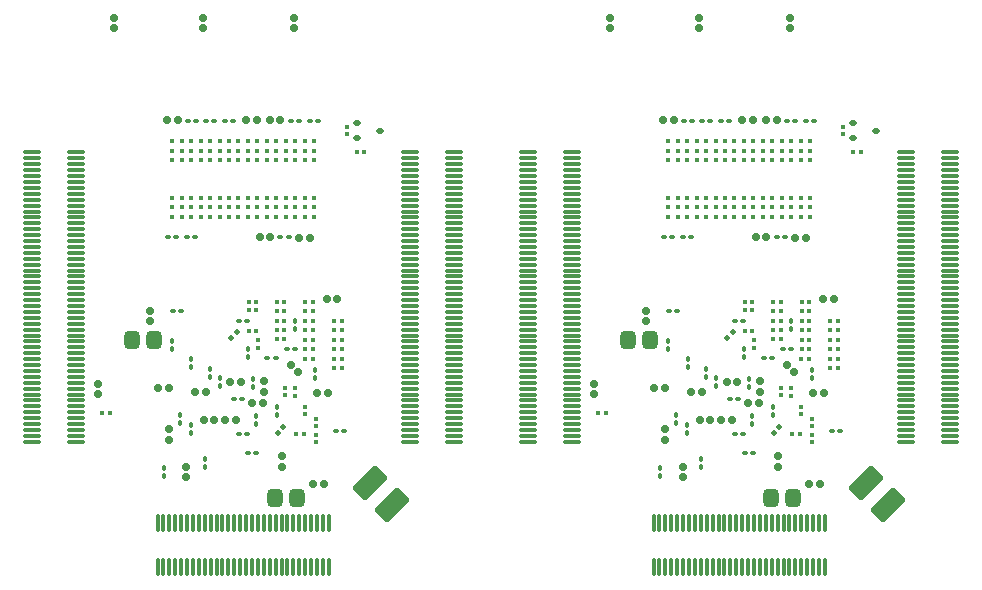
<source format=gbr>
G04*
G04 #@! TF.GenerationSoftware,Altium Limited,Altium Designer,22.4.2 (48)*
G04*
G04 Layer_Color=128*
%FSAX24Y24*%
%MOIN*%
G70*
G04*
G04 #@! TF.SameCoordinates,F7066761-1C42-41DA-97EA-36D59BDE51B8*
G04*
G04*
G04 #@! TF.FilePolarity,Positive*
G04*
G01*
G75*
G04:AMPARAMS|DCode=17|XSize=25.2mil|YSize=25.2mil|CornerRadius=6.3mil|HoleSize=0mil|Usage=FLASHONLY|Rotation=90.000|XOffset=0mil|YOffset=0mil|HoleType=Round|Shape=RoundedRectangle|*
%AMROUNDEDRECTD17*
21,1,0.0252,0.0126,0,0,90.0*
21,1,0.0126,0.0252,0,0,90.0*
1,1,0.0126,0.0063,0.0063*
1,1,0.0126,0.0063,-0.0063*
1,1,0.0126,-0.0063,-0.0063*
1,1,0.0126,-0.0063,0.0063*
%
%ADD17ROUNDEDRECTD17*%
G04:AMPARAMS|DCode=25|XSize=59.1mil|YSize=51.2mil|CornerRadius=12.8mil|HoleSize=0mil|Usage=FLASHONLY|Rotation=90.000|XOffset=0mil|YOffset=0mil|HoleType=Round|Shape=RoundedRectangle|*
%AMROUNDEDRECTD25*
21,1,0.0591,0.0256,0,0,90.0*
21,1,0.0335,0.0512,0,0,90.0*
1,1,0.0256,0.0128,0.0167*
1,1,0.0256,0.0128,-0.0167*
1,1,0.0256,-0.0128,-0.0167*
1,1,0.0256,-0.0128,0.0167*
%
%ADD25ROUNDEDRECTD25*%
G04:AMPARAMS|DCode=26|XSize=23.6mil|YSize=23.6mil|CornerRadius=5.9mil|HoleSize=0mil|Usage=FLASHONLY|Rotation=270.000|XOffset=0mil|YOffset=0mil|HoleType=Round|Shape=RoundedRectangle|*
%AMROUNDEDRECTD26*
21,1,0.0236,0.0118,0,0,270.0*
21,1,0.0118,0.0236,0,0,270.0*
1,1,0.0118,-0.0059,-0.0059*
1,1,0.0118,-0.0059,0.0059*
1,1,0.0118,0.0059,0.0059*
1,1,0.0118,0.0059,-0.0059*
%
%ADD26ROUNDEDRECTD26*%
G04:AMPARAMS|DCode=27|XSize=23.6mil|YSize=23.6mil|CornerRadius=5.9mil|HoleSize=0mil|Usage=FLASHONLY|Rotation=0.000|XOffset=0mil|YOffset=0mil|HoleType=Round|Shape=RoundedRectangle|*
%AMROUNDEDRECTD27*
21,1,0.0236,0.0118,0,0,0.0*
21,1,0.0118,0.0236,0,0,0.0*
1,1,0.0118,0.0059,-0.0059*
1,1,0.0118,-0.0059,-0.0059*
1,1,0.0118,-0.0059,0.0059*
1,1,0.0118,0.0059,0.0059*
%
%ADD27ROUNDEDRECTD27*%
G04:AMPARAMS|DCode=28|XSize=25.2mil|YSize=25.2mil|CornerRadius=6.3mil|HoleSize=0mil|Usage=FLASHONLY|Rotation=0.000|XOffset=0mil|YOffset=0mil|HoleType=Round|Shape=RoundedRectangle|*
%AMROUNDEDRECTD28*
21,1,0.0252,0.0126,0,0,0.0*
21,1,0.0126,0.0252,0,0,0.0*
1,1,0.0126,0.0063,-0.0063*
1,1,0.0126,-0.0063,-0.0063*
1,1,0.0126,-0.0063,0.0063*
1,1,0.0126,0.0063,0.0063*
%
%ADD28ROUNDEDRECTD28*%
G04:AMPARAMS|DCode=30|XSize=25.2mil|YSize=25.2mil|CornerRadius=6.3mil|HoleSize=0mil|Usage=FLASHONLY|Rotation=225.000|XOffset=0mil|YOffset=0mil|HoleType=Round|Shape=RoundedRectangle|*
%AMROUNDEDRECTD30*
21,1,0.0252,0.0126,0,0,225.0*
21,1,0.0126,0.0252,0,0,225.0*
1,1,0.0126,-0.0089,0.0000*
1,1,0.0126,0.0000,0.0089*
1,1,0.0126,0.0089,0.0000*
1,1,0.0126,0.0000,-0.0089*
%
%ADD30ROUNDEDRECTD30*%
G04:AMPARAMS|DCode=31|XSize=13.8mil|YSize=15.7mil|CornerRadius=3.4mil|HoleSize=0mil|Usage=FLASHONLY|Rotation=270.000|XOffset=0mil|YOffset=0mil|HoleType=Round|Shape=RoundedRectangle|*
%AMROUNDEDRECTD31*
21,1,0.0138,0.0089,0,0,270.0*
21,1,0.0069,0.0157,0,0,270.0*
1,1,0.0069,-0.0044,-0.0034*
1,1,0.0069,-0.0044,0.0034*
1,1,0.0069,0.0044,0.0034*
1,1,0.0069,0.0044,-0.0034*
%
%ADD31ROUNDEDRECTD31*%
G04:AMPARAMS|DCode=32|XSize=13.8mil|YSize=15.7mil|CornerRadius=3.4mil|HoleSize=0mil|Usage=FLASHONLY|Rotation=180.000|XOffset=0mil|YOffset=0mil|HoleType=Round|Shape=RoundedRectangle|*
%AMROUNDEDRECTD32*
21,1,0.0138,0.0089,0,0,180.0*
21,1,0.0069,0.0157,0,0,180.0*
1,1,0.0069,-0.0034,0.0044*
1,1,0.0069,0.0034,0.0044*
1,1,0.0069,0.0034,-0.0044*
1,1,0.0069,-0.0034,-0.0044*
%
%ADD32ROUNDEDRECTD32*%
G04:AMPARAMS|DCode=33|XSize=16.5mil|YSize=18.1mil|CornerRadius=4.1mil|HoleSize=0mil|Usage=FLASHONLY|Rotation=270.000|XOffset=0mil|YOffset=0mil|HoleType=Round|Shape=RoundedRectangle|*
%AMROUNDEDRECTD33*
21,1,0.0165,0.0098,0,0,270.0*
21,1,0.0083,0.0181,0,0,270.0*
1,1,0.0083,-0.0049,-0.0041*
1,1,0.0083,-0.0049,0.0041*
1,1,0.0083,0.0049,0.0041*
1,1,0.0083,0.0049,-0.0041*
%
%ADD33ROUNDEDRECTD33*%
%ADD35C,0.0157*%
G04:AMPARAMS|DCode=37|XSize=18.5mil|YSize=23.6mil|CornerRadius=4.6mil|HoleSize=0mil|Usage=FLASHONLY|Rotation=90.000|XOffset=0mil|YOffset=0mil|HoleType=Round|Shape=RoundedRectangle|*
%AMROUNDEDRECTD37*
21,1,0.0185,0.0144,0,0,90.0*
21,1,0.0093,0.0236,0,0,90.0*
1,1,0.0093,0.0072,0.0046*
1,1,0.0093,0.0072,-0.0046*
1,1,0.0093,-0.0072,-0.0046*
1,1,0.0093,-0.0072,0.0046*
%
%ADD37ROUNDEDRECTD37*%
G04:AMPARAMS|DCode=52|XSize=16.5mil|YSize=18.1mil|CornerRadius=4.1mil|HoleSize=0mil|Usage=FLASHONLY|Rotation=180.000|XOffset=0mil|YOffset=0mil|HoleType=Round|Shape=RoundedRectangle|*
%AMROUNDEDRECTD52*
21,1,0.0165,0.0098,0,0,180.0*
21,1,0.0083,0.0181,0,0,180.0*
1,1,0.0083,-0.0041,0.0049*
1,1,0.0083,0.0041,0.0049*
1,1,0.0083,0.0041,-0.0049*
1,1,0.0083,-0.0041,-0.0049*
%
%ADD52ROUNDEDRECTD52*%
G04:AMPARAMS|DCode=53|XSize=11.8mil|YSize=59.1mil|CornerRadius=3mil|HoleSize=0mil|Usage=FLASHONLY|Rotation=270.000|XOffset=0mil|YOffset=0mil|HoleType=Round|Shape=RoundedRectangle|*
%AMROUNDEDRECTD53*
21,1,0.0118,0.0531,0,0,270.0*
21,1,0.0059,0.0591,0,0,270.0*
1,1,0.0059,-0.0266,-0.0030*
1,1,0.0059,-0.0266,0.0030*
1,1,0.0059,0.0266,0.0030*
1,1,0.0059,0.0266,-0.0030*
%
%ADD53ROUNDEDRECTD53*%
G04:AMPARAMS|DCode=54|XSize=110.2mil|YSize=65mil|CornerRadius=8.1mil|HoleSize=0mil|Usage=FLASHONLY|Rotation=45.000|XOffset=0mil|YOffset=0mil|HoleType=Round|Shape=RoundedRectangle|*
%AMROUNDEDRECTD54*
21,1,0.1102,0.0487,0,0,45.0*
21,1,0.0940,0.0650,0,0,45.0*
1,1,0.0162,0.0505,0.0160*
1,1,0.0162,-0.0160,-0.0505*
1,1,0.0162,-0.0505,-0.0160*
1,1,0.0162,0.0160,0.0505*
%
%ADD54ROUNDEDRECTD54*%
G04:AMPARAMS|DCode=55|XSize=16.5mil|YSize=18.1mil|CornerRadius=4.1mil|HoleSize=0mil|Usage=FLASHONLY|Rotation=135.000|XOffset=0mil|YOffset=0mil|HoleType=Round|Shape=RoundedRectangle|*
%AMROUNDEDRECTD55*
21,1,0.0165,0.0098,0,0,135.0*
21,1,0.0083,0.0181,0,0,135.0*
1,1,0.0083,0.0006,0.0064*
1,1,0.0083,0.0064,0.0006*
1,1,0.0083,-0.0006,-0.0064*
1,1,0.0083,-0.0064,-0.0006*
%
%ADD55ROUNDEDRECTD55*%
G04:AMPARAMS|DCode=56|XSize=11.8mil|YSize=59.1mil|CornerRadius=3mil|HoleSize=0mil|Usage=FLASHONLY|Rotation=0.000|XOffset=0mil|YOffset=0mil|HoleType=Round|Shape=RoundedRectangle|*
%AMROUNDEDRECTD56*
21,1,0.0118,0.0531,0,0,0.0*
21,1,0.0059,0.0591,0,0,0.0*
1,1,0.0059,0.0030,-0.0266*
1,1,0.0059,-0.0030,-0.0266*
1,1,0.0059,-0.0030,0.0266*
1,1,0.0059,0.0030,0.0266*
%
%ADD56ROUNDEDRECTD56*%
D17*
X010575Y010630D02*
D03*
X010213D02*
D03*
X011217Y009685D02*
D03*
X011579D02*
D03*
X009335Y010748D02*
D03*
X008972D02*
D03*
X014278Y010591D02*
D03*
X014640D02*
D03*
X014593Y013711D02*
D03*
X014955D02*
D03*
X014140Y007539D02*
D03*
X014502D02*
D03*
X013677Y015748D02*
D03*
X014039D02*
D03*
X009268Y019685D02*
D03*
X009630D02*
D03*
X012268D02*
D03*
X011906D02*
D03*
X012693D02*
D03*
X013055D02*
D03*
X027110Y010630D02*
D03*
X026748D02*
D03*
X027752Y009685D02*
D03*
X028114D02*
D03*
X025870Y010748D02*
D03*
X025508D02*
D03*
X030813Y010591D02*
D03*
X031175D02*
D03*
X031128Y013711D02*
D03*
X031490D02*
D03*
X030675Y007539D02*
D03*
X031037D02*
D03*
X030213Y015748D02*
D03*
X030575D02*
D03*
X025803Y019685D02*
D03*
X026165D02*
D03*
X028803D02*
D03*
X028441D02*
D03*
X029228D02*
D03*
X029591D02*
D03*
D25*
X008848Y012343D02*
D03*
X008100D02*
D03*
X013612Y007077D02*
D03*
X012864D02*
D03*
X025384Y012343D02*
D03*
X024636D02*
D03*
X030148Y007077D02*
D03*
X029400D02*
D03*
D26*
X012362Y015768D02*
D03*
X012717D02*
D03*
X010846Y009675D02*
D03*
X010492D02*
D03*
X012106Y010256D02*
D03*
X012461D02*
D03*
X011742Y010955D02*
D03*
X011388D02*
D03*
X028898Y015768D02*
D03*
X029252D02*
D03*
X027382Y009675D02*
D03*
X027028D02*
D03*
X028642Y010256D02*
D03*
X028996D02*
D03*
X028278Y010955D02*
D03*
X027923D02*
D03*
D27*
X010482Y022736D02*
D03*
Y023091D02*
D03*
X013494Y022736D02*
D03*
Y023091D02*
D03*
X007490Y022736D02*
D03*
Y023091D02*
D03*
X027018Y022736D02*
D03*
Y023091D02*
D03*
X030030Y022736D02*
D03*
Y023091D02*
D03*
X024026Y022736D02*
D03*
Y023091D02*
D03*
D28*
X009341Y009032D02*
D03*
Y009394D02*
D03*
X009921Y007772D02*
D03*
Y008134D02*
D03*
X012490Y010988D02*
D03*
Y010626D02*
D03*
X008720Y012968D02*
D03*
Y013331D02*
D03*
X013120Y008469D02*
D03*
Y008106D02*
D03*
X006959Y010900D02*
D03*
Y010537D02*
D03*
X025876Y009032D02*
D03*
Y009394D02*
D03*
X026457Y007772D02*
D03*
Y008134D02*
D03*
X029026Y010988D02*
D03*
Y010626D02*
D03*
X025256Y012968D02*
D03*
Y013331D02*
D03*
X029656Y008469D02*
D03*
Y008106D02*
D03*
X023494Y010900D02*
D03*
Y010537D02*
D03*
D30*
X013396Y011526D02*
D03*
X013652Y011270D02*
D03*
X029931Y011526D02*
D03*
X030187Y011270D02*
D03*
D31*
X012933Y012382D02*
D03*
X013189D02*
D03*
X015856Y018622D02*
D03*
X015600D02*
D03*
X015098Y012992D02*
D03*
X014843D02*
D03*
X015098Y012047D02*
D03*
X014843D02*
D03*
X014134Y011732D02*
D03*
X013878D02*
D03*
X015098Y012677D02*
D03*
X014843D02*
D03*
X015098Y011732D02*
D03*
X014843D02*
D03*
X015098Y012362D02*
D03*
X014843D02*
D03*
X012254Y013346D02*
D03*
X011998D02*
D03*
X012254Y012667D02*
D03*
X011998D02*
D03*
X012254Y013632D02*
D03*
X011998D02*
D03*
X014144Y013307D02*
D03*
X013888D02*
D03*
X013189Y013622D02*
D03*
X012933D02*
D03*
X015098Y011417D02*
D03*
X014843D02*
D03*
X013189Y013307D02*
D03*
X012933D02*
D03*
X013189Y012677D02*
D03*
X012933D02*
D03*
X013189Y012992D02*
D03*
X012933D02*
D03*
X014144Y012362D02*
D03*
X013888D02*
D03*
X014144Y012992D02*
D03*
X013888D02*
D03*
X014144Y013622D02*
D03*
X013888D02*
D03*
X014144Y012677D02*
D03*
X013888D02*
D03*
X014144Y012047D02*
D03*
X013888D02*
D03*
X007106Y009902D02*
D03*
X007362D02*
D03*
X013579Y009209D02*
D03*
X013835D02*
D03*
X029469Y012382D02*
D03*
X029724D02*
D03*
X032392Y018622D02*
D03*
X032136D02*
D03*
X031634Y012992D02*
D03*
X031378D02*
D03*
X031634Y012047D02*
D03*
X031378D02*
D03*
X030669Y011732D02*
D03*
X030413D02*
D03*
X031634Y012677D02*
D03*
X031378D02*
D03*
X031634Y011732D02*
D03*
X031378D02*
D03*
X031634Y012362D02*
D03*
X031378D02*
D03*
X028789Y013346D02*
D03*
X028533D02*
D03*
X028789Y012667D02*
D03*
X028533D02*
D03*
X028789Y013632D02*
D03*
X028533D02*
D03*
X030679Y013307D02*
D03*
X030423D02*
D03*
X029724Y013622D02*
D03*
X029469D02*
D03*
X031634Y011417D02*
D03*
X031378D02*
D03*
X029724Y013307D02*
D03*
X029469D02*
D03*
X029724Y012677D02*
D03*
X029469D02*
D03*
X029724Y012992D02*
D03*
X029469D02*
D03*
X030679Y012362D02*
D03*
X030423D02*
D03*
X030679Y012992D02*
D03*
X030423D02*
D03*
X030679Y013622D02*
D03*
X030423D02*
D03*
X030679Y012677D02*
D03*
X030423D02*
D03*
X030679Y012047D02*
D03*
X030423D02*
D03*
X023642Y009902D02*
D03*
X023898D02*
D03*
X030114Y009209D02*
D03*
X030370D02*
D03*
D32*
X013878Y009872D02*
D03*
Y010128D02*
D03*
X015285Y019203D02*
D03*
Y019459D02*
D03*
X012293Y012343D02*
D03*
Y012087D02*
D03*
X013209Y010502D02*
D03*
Y010758D02*
D03*
X013543Y010492D02*
D03*
Y010748D02*
D03*
X014232Y009193D02*
D03*
Y008937D02*
D03*
Y009734D02*
D03*
Y009478D02*
D03*
X030413Y009872D02*
D03*
Y010128D02*
D03*
X031821Y019203D02*
D03*
Y019459D02*
D03*
X028829Y012343D02*
D03*
Y012087D02*
D03*
X029744Y010502D02*
D03*
Y010758D02*
D03*
X030079Y010492D02*
D03*
Y010748D02*
D03*
X030768Y009193D02*
D03*
Y008937D02*
D03*
Y009734D02*
D03*
Y009478D02*
D03*
D33*
X011500Y010384D02*
D03*
X011768D02*
D03*
X012622Y011742D02*
D03*
X012890D02*
D03*
X011945Y012996D02*
D03*
X011677D02*
D03*
X013530Y012047D02*
D03*
X013262D02*
D03*
X009750Y013317D02*
D03*
X009482D02*
D03*
X011944Y009216D02*
D03*
X011676D02*
D03*
X012256Y008583D02*
D03*
X011988D02*
D03*
X014896Y009311D02*
D03*
X015163D02*
D03*
X014039Y019646D02*
D03*
X014307D02*
D03*
X013323Y015787D02*
D03*
X013055D02*
D03*
X011472Y019646D02*
D03*
X011205D02*
D03*
X009984D02*
D03*
X010252D02*
D03*
X010843D02*
D03*
X010575D02*
D03*
X009945Y015787D02*
D03*
X010213D02*
D03*
X013409Y019646D02*
D03*
X013677D02*
D03*
X009305Y015778D02*
D03*
X009573D02*
D03*
X028035Y010384D02*
D03*
X028303D02*
D03*
X029157Y011742D02*
D03*
X029425D02*
D03*
X028481Y012996D02*
D03*
X028213D02*
D03*
X030065Y012047D02*
D03*
X029797D02*
D03*
X026285Y013317D02*
D03*
X026018D02*
D03*
X028480Y009216D02*
D03*
X028212D02*
D03*
X028791Y008583D02*
D03*
X028524D02*
D03*
X031431Y009311D02*
D03*
X031699D02*
D03*
X030575Y019646D02*
D03*
X030843D02*
D03*
X029858Y015787D02*
D03*
X029591D02*
D03*
X028008Y019646D02*
D03*
X027740D02*
D03*
X026520D02*
D03*
X026787D02*
D03*
X027378D02*
D03*
X027110D02*
D03*
X026480Y015787D02*
D03*
X026748D02*
D03*
X029945Y019646D02*
D03*
X030213D02*
D03*
X025841Y015778D02*
D03*
X026108D02*
D03*
D35*
X013858Y018976D02*
D03*
X013543D02*
D03*
X014173D02*
D03*
X013543Y018661D02*
D03*
X013228Y018976D02*
D03*
X012913D02*
D03*
X013228Y018661D02*
D03*
X012913D02*
D03*
X014173D02*
D03*
X013858D02*
D03*
X014173Y018346D02*
D03*
X013858D02*
D03*
X013228D02*
D03*
X012913D02*
D03*
X013543D02*
D03*
X012598Y018976D02*
D03*
X012283D02*
D03*
Y018661D02*
D03*
X011969D02*
D03*
Y018976D02*
D03*
X011654D02*
D03*
Y018661D02*
D03*
X012598D02*
D03*
X011969Y018346D02*
D03*
X012598D02*
D03*
X012283D02*
D03*
X011654D02*
D03*
X014173Y017087D02*
D03*
X013543D02*
D03*
X013228D02*
D03*
X013858D02*
D03*
X013228Y016772D02*
D03*
X014173D02*
D03*
X013858D02*
D03*
X014173Y016457D02*
D03*
X013858D02*
D03*
X013543Y016772D02*
D03*
X013228Y016457D02*
D03*
X013543D02*
D03*
X012598Y017087D02*
D03*
X012283D02*
D03*
X012913D02*
D03*
X012283Y016772D02*
D03*
X011969Y017087D02*
D03*
X011654D02*
D03*
X011969Y016772D02*
D03*
X012913D02*
D03*
X012598D02*
D03*
X012913Y016457D02*
D03*
X012598D02*
D03*
X011969D02*
D03*
X011654D02*
D03*
X012283D02*
D03*
X011024Y018976D02*
D03*
X010709D02*
D03*
X011339D02*
D03*
X010709Y018661D02*
D03*
X010394D02*
D03*
X011339D02*
D03*
X011024D02*
D03*
X011339Y018346D02*
D03*
X011024D02*
D03*
X010709D02*
D03*
X010394D02*
D03*
X009449Y018976D02*
D03*
X010079D02*
D03*
X009764D02*
D03*
X010394D02*
D03*
X010079Y018661D02*
D03*
Y018346D02*
D03*
X009764D02*
D03*
Y018661D02*
D03*
X009449D02*
D03*
Y018346D02*
D03*
X011339Y017087D02*
D03*
X011024Y016772D02*
D03*
X011654D02*
D03*
X011339D02*
D03*
X011024Y017087D02*
D03*
X010709D02*
D03*
Y016772D02*
D03*
Y016457D02*
D03*
X010394D02*
D03*
X011339D02*
D03*
X011024D02*
D03*
X009764Y017087D02*
D03*
X009449D02*
D03*
X010394D02*
D03*
X010079D02*
D03*
X010394Y016772D02*
D03*
X010079D02*
D03*
Y016457D02*
D03*
X009764D02*
D03*
Y016772D02*
D03*
X009449D02*
D03*
Y016457D02*
D03*
X030394Y018976D02*
D03*
X030079D02*
D03*
X030709D02*
D03*
X030079Y018661D02*
D03*
X029764Y018976D02*
D03*
X029449D02*
D03*
X029764Y018661D02*
D03*
X029449D02*
D03*
X030709D02*
D03*
X030394D02*
D03*
X030709Y018346D02*
D03*
X030394D02*
D03*
X029764D02*
D03*
X029449D02*
D03*
X030079D02*
D03*
X029134Y018976D02*
D03*
X028819D02*
D03*
Y018661D02*
D03*
X028504D02*
D03*
Y018976D02*
D03*
X028189D02*
D03*
Y018661D02*
D03*
X029134D02*
D03*
X028504Y018346D02*
D03*
X029134D02*
D03*
X028819D02*
D03*
X028189D02*
D03*
X030709Y017087D02*
D03*
X030079D02*
D03*
X029764D02*
D03*
X030394D02*
D03*
X029764Y016772D02*
D03*
X030709D02*
D03*
X030394D02*
D03*
X030709Y016457D02*
D03*
X030394D02*
D03*
X030079Y016772D02*
D03*
X029764Y016457D02*
D03*
X030079D02*
D03*
X029134Y017087D02*
D03*
X028819D02*
D03*
X029449D02*
D03*
X028819Y016772D02*
D03*
X028504Y017087D02*
D03*
X028189D02*
D03*
X028504Y016772D02*
D03*
X029449D02*
D03*
X029134D02*
D03*
X029449Y016457D02*
D03*
X029134D02*
D03*
X028504D02*
D03*
X028189D02*
D03*
X028819D02*
D03*
X027559Y018976D02*
D03*
X027244D02*
D03*
X027874D02*
D03*
X027244Y018661D02*
D03*
X026929D02*
D03*
X027874D02*
D03*
X027559D02*
D03*
X027874Y018346D02*
D03*
X027559D02*
D03*
X027244D02*
D03*
X026929D02*
D03*
X025984Y018976D02*
D03*
X026614D02*
D03*
X026299D02*
D03*
X026929D02*
D03*
X026614Y018661D02*
D03*
Y018346D02*
D03*
X026299D02*
D03*
Y018661D02*
D03*
X025984D02*
D03*
Y018346D02*
D03*
X027874Y017087D02*
D03*
X027559Y016772D02*
D03*
X028189D02*
D03*
X027874D02*
D03*
X027559Y017087D02*
D03*
X027244D02*
D03*
Y016772D02*
D03*
Y016457D02*
D03*
X026929D02*
D03*
X027874D02*
D03*
X027559D02*
D03*
X026299Y017087D02*
D03*
X025984D02*
D03*
X026929D02*
D03*
X026614D02*
D03*
X026929Y016772D02*
D03*
X026614D02*
D03*
Y016457D02*
D03*
X026299D02*
D03*
Y016772D02*
D03*
X025984D02*
D03*
Y016457D02*
D03*
D37*
X016359Y019332D02*
D03*
X015611Y019076D02*
D03*
Y019588D02*
D03*
X032894Y019332D02*
D03*
X032146Y019076D02*
D03*
Y019588D02*
D03*
D52*
X010059Y009504D02*
D03*
Y009236D02*
D03*
X013543Y012711D02*
D03*
Y012978D02*
D03*
X009705Y009581D02*
D03*
Y009848D02*
D03*
X010551Y008382D02*
D03*
Y008114D02*
D03*
X009183Y008087D02*
D03*
Y007819D02*
D03*
X011968Y011776D02*
D03*
Y012043D02*
D03*
X010715Y011115D02*
D03*
Y011382D02*
D03*
X011053Y010821D02*
D03*
Y011089D02*
D03*
X012923Y010124D02*
D03*
Y009856D02*
D03*
X012254Y009561D02*
D03*
Y009829D02*
D03*
X012136Y011059D02*
D03*
Y010791D02*
D03*
X009453Y012062D02*
D03*
Y012330D02*
D03*
X010089Y011709D02*
D03*
Y011441D02*
D03*
X014222Y011087D02*
D03*
Y011354D02*
D03*
X026594Y009504D02*
D03*
Y009236D02*
D03*
X030079Y012711D02*
D03*
Y012978D02*
D03*
X026240Y009581D02*
D03*
Y009848D02*
D03*
X027087Y008382D02*
D03*
Y008114D02*
D03*
X025719Y008087D02*
D03*
Y007819D02*
D03*
X028504Y011776D02*
D03*
Y012043D02*
D03*
X027250Y011115D02*
D03*
Y011382D02*
D03*
X027589Y010821D02*
D03*
Y011089D02*
D03*
X029459Y010124D02*
D03*
Y009856D02*
D03*
X028789Y009561D02*
D03*
Y009829D02*
D03*
X028671Y011059D02*
D03*
Y010791D02*
D03*
X025989Y012062D02*
D03*
Y012330D02*
D03*
X026624Y011709D02*
D03*
Y011441D02*
D03*
X030758Y011087D02*
D03*
Y011354D02*
D03*
D53*
X018839Y018209D02*
D03*
Y018012D02*
D03*
Y018602D02*
D03*
Y018406D02*
D03*
X006240Y015453D02*
D03*
Y015059D02*
D03*
Y015256D02*
D03*
Y016043D02*
D03*
Y016240D02*
D03*
Y015650D02*
D03*
Y015846D02*
D03*
Y013878D02*
D03*
Y014075D02*
D03*
Y013484D02*
D03*
Y013681D02*
D03*
Y014665D02*
D03*
Y014862D02*
D03*
Y014272D02*
D03*
Y014468D02*
D03*
Y018209D02*
D03*
Y018012D02*
D03*
Y017618D02*
D03*
Y017815D02*
D03*
Y018406D02*
D03*
Y018602D02*
D03*
Y016831D02*
D03*
Y017028D02*
D03*
Y016437D02*
D03*
Y016634D02*
D03*
Y017224D02*
D03*
Y017421D02*
D03*
Y009941D02*
D03*
Y009744D02*
D03*
Y010138D02*
D03*
Y013091D02*
D03*
Y013287D02*
D03*
Y012697D02*
D03*
Y012894D02*
D03*
Y009350D02*
D03*
Y009547D02*
D03*
Y008957D02*
D03*
Y009154D02*
D03*
Y011713D02*
D03*
Y011516D02*
D03*
Y011909D02*
D03*
Y011319D02*
D03*
Y012303D02*
D03*
Y012500D02*
D03*
Y012106D02*
D03*
Y010532D02*
D03*
Y010728D02*
D03*
Y010335D02*
D03*
Y010925D02*
D03*
Y011122D02*
D03*
X004783Y015256D02*
D03*
Y015453D02*
D03*
Y016043D02*
D03*
Y016240D02*
D03*
Y015650D02*
D03*
Y015846D02*
D03*
Y014075D02*
D03*
Y014272D02*
D03*
Y013287D02*
D03*
Y013878D02*
D03*
Y014862D02*
D03*
Y015059D02*
D03*
Y014468D02*
D03*
Y014665D02*
D03*
Y018209D02*
D03*
Y018012D02*
D03*
Y017618D02*
D03*
Y017815D02*
D03*
Y018406D02*
D03*
Y018602D02*
D03*
Y016437D02*
D03*
Y016634D02*
D03*
Y013484D02*
D03*
Y013681D02*
D03*
Y017224D02*
D03*
Y017421D02*
D03*
Y016831D02*
D03*
Y017028D02*
D03*
Y012303D02*
D03*
Y012106D02*
D03*
Y012500D02*
D03*
Y011713D02*
D03*
Y011909D02*
D03*
Y012894D02*
D03*
Y013091D02*
D03*
Y012697D02*
D03*
Y008957D02*
D03*
Y009547D02*
D03*
Y009744D02*
D03*
Y009154D02*
D03*
Y009350D02*
D03*
Y010925D02*
D03*
Y010728D02*
D03*
Y011122D02*
D03*
Y010532D02*
D03*
Y011319D02*
D03*
Y011516D02*
D03*
Y010138D02*
D03*
Y010335D02*
D03*
Y009941D02*
D03*
X018839Y015453D02*
D03*
Y015059D02*
D03*
Y015256D02*
D03*
Y016043D02*
D03*
Y016240D02*
D03*
Y015650D02*
D03*
Y015846D02*
D03*
Y013878D02*
D03*
Y014075D02*
D03*
Y013484D02*
D03*
Y013681D02*
D03*
Y014665D02*
D03*
Y014862D02*
D03*
Y014272D02*
D03*
Y014468D02*
D03*
Y017618D02*
D03*
Y017815D02*
D03*
Y016831D02*
D03*
Y017028D02*
D03*
Y016437D02*
D03*
Y016634D02*
D03*
Y017224D02*
D03*
Y017421D02*
D03*
Y009941D02*
D03*
Y009744D02*
D03*
Y010138D02*
D03*
Y013091D02*
D03*
Y013287D02*
D03*
Y012697D02*
D03*
Y012894D02*
D03*
Y009350D02*
D03*
Y009547D02*
D03*
Y008957D02*
D03*
Y009154D02*
D03*
Y011713D02*
D03*
Y011516D02*
D03*
Y011909D02*
D03*
Y011319D02*
D03*
Y012303D02*
D03*
Y012500D02*
D03*
Y012106D02*
D03*
Y010532D02*
D03*
Y010728D02*
D03*
Y010335D02*
D03*
Y010925D02*
D03*
Y011122D02*
D03*
X017382Y015256D02*
D03*
Y015453D02*
D03*
Y016043D02*
D03*
Y016240D02*
D03*
Y015650D02*
D03*
Y015846D02*
D03*
Y014075D02*
D03*
Y014272D02*
D03*
Y013287D02*
D03*
Y013878D02*
D03*
Y014862D02*
D03*
Y015059D02*
D03*
Y014468D02*
D03*
Y014665D02*
D03*
Y018209D02*
D03*
Y018012D02*
D03*
Y017618D02*
D03*
Y017815D02*
D03*
Y018406D02*
D03*
Y018602D02*
D03*
Y016437D02*
D03*
Y016634D02*
D03*
Y013484D02*
D03*
Y013681D02*
D03*
Y017224D02*
D03*
Y017421D02*
D03*
Y016831D02*
D03*
Y017028D02*
D03*
Y012303D02*
D03*
Y012106D02*
D03*
Y012500D02*
D03*
Y011713D02*
D03*
Y011909D02*
D03*
Y012894D02*
D03*
Y013091D02*
D03*
Y012697D02*
D03*
Y008957D02*
D03*
Y009547D02*
D03*
Y009744D02*
D03*
Y009154D02*
D03*
Y009350D02*
D03*
Y010925D02*
D03*
Y010728D02*
D03*
Y011122D02*
D03*
Y010532D02*
D03*
Y011319D02*
D03*
Y011516D02*
D03*
Y010138D02*
D03*
Y010335D02*
D03*
Y009941D02*
D03*
X035374Y018209D02*
D03*
Y018012D02*
D03*
Y018602D02*
D03*
Y018406D02*
D03*
X022776Y015453D02*
D03*
Y015059D02*
D03*
Y015256D02*
D03*
Y016043D02*
D03*
Y016240D02*
D03*
Y015650D02*
D03*
Y015846D02*
D03*
Y013878D02*
D03*
Y014075D02*
D03*
Y013484D02*
D03*
Y013681D02*
D03*
Y014665D02*
D03*
Y014862D02*
D03*
Y014272D02*
D03*
Y014468D02*
D03*
Y018209D02*
D03*
Y018012D02*
D03*
Y017618D02*
D03*
Y017815D02*
D03*
Y018406D02*
D03*
Y018602D02*
D03*
Y016831D02*
D03*
Y017028D02*
D03*
Y016437D02*
D03*
Y016634D02*
D03*
Y017224D02*
D03*
Y017421D02*
D03*
Y009941D02*
D03*
Y009744D02*
D03*
Y010138D02*
D03*
Y013091D02*
D03*
Y013287D02*
D03*
Y012697D02*
D03*
Y012894D02*
D03*
Y009350D02*
D03*
Y009547D02*
D03*
Y008957D02*
D03*
Y009154D02*
D03*
Y011713D02*
D03*
Y011516D02*
D03*
Y011909D02*
D03*
Y011319D02*
D03*
Y012303D02*
D03*
Y012500D02*
D03*
Y012106D02*
D03*
Y010532D02*
D03*
Y010728D02*
D03*
Y010335D02*
D03*
Y010925D02*
D03*
Y011122D02*
D03*
X021319Y015256D02*
D03*
Y015453D02*
D03*
Y016043D02*
D03*
Y016240D02*
D03*
Y015650D02*
D03*
Y015846D02*
D03*
Y014075D02*
D03*
Y014272D02*
D03*
Y013287D02*
D03*
Y013878D02*
D03*
Y014862D02*
D03*
Y015059D02*
D03*
Y014468D02*
D03*
Y014665D02*
D03*
Y018209D02*
D03*
Y018012D02*
D03*
Y017618D02*
D03*
Y017815D02*
D03*
Y018406D02*
D03*
Y018602D02*
D03*
Y016437D02*
D03*
Y016634D02*
D03*
Y013484D02*
D03*
Y013681D02*
D03*
Y017224D02*
D03*
Y017421D02*
D03*
Y016831D02*
D03*
Y017028D02*
D03*
Y012303D02*
D03*
Y012106D02*
D03*
Y012500D02*
D03*
Y011713D02*
D03*
Y011909D02*
D03*
Y012894D02*
D03*
Y013091D02*
D03*
Y012697D02*
D03*
Y008957D02*
D03*
Y009547D02*
D03*
Y009744D02*
D03*
Y009154D02*
D03*
Y009350D02*
D03*
Y010925D02*
D03*
Y010728D02*
D03*
Y011122D02*
D03*
Y010532D02*
D03*
Y011319D02*
D03*
Y011516D02*
D03*
Y010138D02*
D03*
Y010335D02*
D03*
Y009941D02*
D03*
X035374Y015453D02*
D03*
Y015059D02*
D03*
Y015256D02*
D03*
Y016043D02*
D03*
Y016240D02*
D03*
Y015650D02*
D03*
Y015846D02*
D03*
Y013878D02*
D03*
Y014075D02*
D03*
Y013484D02*
D03*
Y013681D02*
D03*
Y014665D02*
D03*
Y014862D02*
D03*
Y014272D02*
D03*
Y014468D02*
D03*
Y017618D02*
D03*
Y017815D02*
D03*
Y016831D02*
D03*
Y017028D02*
D03*
Y016437D02*
D03*
Y016634D02*
D03*
Y017224D02*
D03*
Y017421D02*
D03*
Y009941D02*
D03*
Y009744D02*
D03*
Y010138D02*
D03*
Y013091D02*
D03*
Y013287D02*
D03*
Y012697D02*
D03*
Y012894D02*
D03*
Y009350D02*
D03*
Y009547D02*
D03*
Y008957D02*
D03*
Y009154D02*
D03*
Y011713D02*
D03*
Y011516D02*
D03*
Y011909D02*
D03*
Y011319D02*
D03*
Y012303D02*
D03*
Y012500D02*
D03*
Y012106D02*
D03*
Y010532D02*
D03*
Y010728D02*
D03*
Y010335D02*
D03*
Y010925D02*
D03*
Y011122D02*
D03*
X033917Y015256D02*
D03*
Y015453D02*
D03*
Y016043D02*
D03*
Y016240D02*
D03*
Y015650D02*
D03*
Y015846D02*
D03*
Y014075D02*
D03*
Y014272D02*
D03*
Y013287D02*
D03*
Y013878D02*
D03*
Y014862D02*
D03*
Y015059D02*
D03*
Y014468D02*
D03*
Y014665D02*
D03*
Y018209D02*
D03*
Y018012D02*
D03*
Y017618D02*
D03*
Y017815D02*
D03*
Y018406D02*
D03*
Y018602D02*
D03*
Y016437D02*
D03*
Y016634D02*
D03*
Y013484D02*
D03*
Y013681D02*
D03*
Y017224D02*
D03*
Y017421D02*
D03*
Y016831D02*
D03*
Y017028D02*
D03*
Y012303D02*
D03*
Y012106D02*
D03*
Y012500D02*
D03*
Y011713D02*
D03*
Y011909D02*
D03*
Y012894D02*
D03*
Y013091D02*
D03*
Y012697D02*
D03*
Y008957D02*
D03*
Y009547D02*
D03*
Y009744D02*
D03*
Y009154D02*
D03*
Y009350D02*
D03*
Y010925D02*
D03*
Y010728D02*
D03*
Y011122D02*
D03*
Y010532D02*
D03*
Y011319D02*
D03*
Y011516D02*
D03*
Y010138D02*
D03*
Y010335D02*
D03*
Y009941D02*
D03*
D54*
X016786Y006836D02*
D03*
X016048Y007574D02*
D03*
X033322Y006836D02*
D03*
X032584Y007574D02*
D03*
D55*
X011401Y012425D02*
D03*
X011591Y012614D02*
D03*
X013146Y009435D02*
D03*
X012957Y009246D02*
D03*
X027937Y012425D02*
D03*
X028126Y012614D02*
D03*
X029681Y009435D02*
D03*
X029492Y009246D02*
D03*
D56*
X013878Y006240D02*
D03*
X014075D02*
D03*
X014468D02*
D03*
X014272D02*
D03*
X014665D02*
D03*
X012500D02*
D03*
X012303D02*
D03*
X012697D02*
D03*
X011909D02*
D03*
X011713D02*
D03*
X012106D02*
D03*
X013484D02*
D03*
X013287D02*
D03*
X013681D02*
D03*
X013091D02*
D03*
X012894D02*
D03*
X014272Y004783D02*
D03*
X014075D02*
D03*
X014468D02*
D03*
X014665D02*
D03*
X012500D02*
D03*
X012303D02*
D03*
X012697D02*
D03*
X011909D02*
D03*
X011713D02*
D03*
X012106D02*
D03*
X013681D02*
D03*
X013484D02*
D03*
X013878D02*
D03*
X013091D02*
D03*
X012894D02*
D03*
X013287D02*
D03*
X010728Y006240D02*
D03*
X010532D02*
D03*
X010925D02*
D03*
X010335D02*
D03*
X011516D02*
D03*
X011319D02*
D03*
X011122D02*
D03*
X009350D02*
D03*
X009154D02*
D03*
X009547D02*
D03*
X008957D02*
D03*
X009941D02*
D03*
X009744D02*
D03*
X010138D02*
D03*
X010728Y004783D02*
D03*
X010532D02*
D03*
X010925D02*
D03*
X010335D02*
D03*
X010138D02*
D03*
X011319D02*
D03*
X011122D02*
D03*
X011516D02*
D03*
X009154D02*
D03*
X008957D02*
D03*
X009350D02*
D03*
X009744D02*
D03*
X009547D02*
D03*
X009941D02*
D03*
X030413Y006240D02*
D03*
X030610D02*
D03*
X031004D02*
D03*
X030807D02*
D03*
X031201D02*
D03*
X029035D02*
D03*
X028839D02*
D03*
X029232D02*
D03*
X028445D02*
D03*
X028248D02*
D03*
X028642D02*
D03*
X030020D02*
D03*
X029823D02*
D03*
X030217D02*
D03*
X029626D02*
D03*
X029429D02*
D03*
X030807Y004783D02*
D03*
X030610D02*
D03*
X031004D02*
D03*
X031201D02*
D03*
X029035D02*
D03*
X028839D02*
D03*
X029232D02*
D03*
X028445D02*
D03*
X028248D02*
D03*
X028642D02*
D03*
X030217D02*
D03*
X030020D02*
D03*
X030413D02*
D03*
X029626D02*
D03*
X029429D02*
D03*
X029823D02*
D03*
X027264Y006240D02*
D03*
X027067D02*
D03*
X027461D02*
D03*
X026870D02*
D03*
X028051D02*
D03*
X027854D02*
D03*
X027657D02*
D03*
X025886D02*
D03*
X025689D02*
D03*
X026083D02*
D03*
X025492D02*
D03*
X026476D02*
D03*
X026280D02*
D03*
X026673D02*
D03*
X027264Y004783D02*
D03*
X027067D02*
D03*
X027461D02*
D03*
X026870D02*
D03*
X026673D02*
D03*
X027854D02*
D03*
X027657D02*
D03*
X028051D02*
D03*
X025689D02*
D03*
X025492D02*
D03*
X025886D02*
D03*
X026280D02*
D03*
X026083D02*
D03*
X026476D02*
D03*
M02*

</source>
